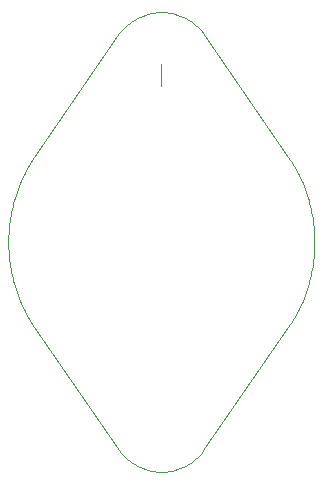
<source format=gm1>
G04*
G04 #@! TF.GenerationSoftware,Altium Limited,Altium Designer,20.1.14 (287)*
G04*
G04 Layer_Color=16711935*
%FSLAX25Y25*%
%MOIN*%
G70*
G04*
G04 #@! TF.SameCoordinates,3CBCD0D0-32B7-46DE-8EB3-B5E10EB4AE05*
G04*
G04*
G04 #@! TF.FilePolarity,Positive*
G04*
G01*
G75*
%ADD10C,0.00394*%
D10*
X38000Y7500D02*
X38603Y6717D01*
X39250Y5969D01*
X39938Y5259D01*
X40666Y4590D01*
X41431Y3964D01*
X42230Y3382D01*
X43062Y2847D01*
X43922Y2360D01*
X44809Y1924D01*
X45720Y1538D01*
X46651Y1206D01*
X47599Y927D01*
X48562Y703D01*
X49536Y534D01*
X50519Y421D01*
X51506Y365D01*
X52494D01*
X53481Y421D01*
X54464Y534D01*
X55438Y703D01*
X56401Y927D01*
X57349Y1206D01*
X58280Y1538D01*
X59191Y1924D01*
X60078Y2360D01*
X60938Y2847D01*
X61770Y3382D01*
X62569Y3964D01*
X63334Y4590D01*
X64062Y5259D01*
X64750Y5969D01*
X65397Y6717D01*
X66000Y7500D01*
Y146500D02*
X65397Y147283D01*
X64750Y148031D01*
X64062Y148741D01*
X63334Y149410D01*
X62569Y150036D01*
X61770Y150618D01*
X60938Y151153D01*
X60078Y151640D01*
X59191Y152076D01*
X58280Y152462D01*
X57349Y152794D01*
X56401Y153073D01*
X55438Y153297D01*
X54464Y153466D01*
X53481Y153579D01*
X52494Y153635D01*
X51506D01*
X50519Y153579D01*
X49536Y153466D01*
X48562Y153297D01*
X47599Y153073D01*
X46651Y152794D01*
X45720Y152462D01*
X44809Y152076D01*
X43922Y151640D01*
X43062Y151153D01*
X42230Y150618D01*
X41431Y150036D01*
X40666Y149410D01*
X39938Y148741D01*
X39250Y148031D01*
X38603Y147283D01*
X38000Y146500D01*
X9015Y104490D02*
X8484Y103641D01*
X7970Y102782D01*
X7473Y101914D01*
X6992Y101035D01*
X6529Y100148D01*
X6084Y99251D01*
X5656Y98346D01*
X5246Y97433D01*
X4855Y96512D01*
X4481Y95583D01*
X4126Y94647D01*
X3788Y93704D01*
X3470Y92755D01*
X3170Y91800D01*
X2889Y90839D01*
X2627Y89873D01*
X2384Y88902D01*
X2160Y87926D01*
X1956Y86946D01*
X1770Y85963D01*
X1604Y84976D01*
X1457Y83985D01*
X1330Y82992D01*
X1222Y81997D01*
X1134Y81000D01*
X1065Y80001D01*
X1016Y79001D01*
X986Y78001D01*
X977Y77000D01*
X986Y75999D01*
X1016Y74998D01*
X1065Y73998D01*
X1134Y73000D01*
X1222Y72002D01*
X1330Y71007D01*
X1457Y70014D01*
X1604Y69024D01*
X1770Y68037D01*
X1956Y67053D01*
X2160Y66073D01*
X2384Y65097D01*
X2627Y64126D01*
X2889Y63160D01*
X3170Y62199D01*
X3470Y61244D01*
X3789Y60295D01*
X4126Y59353D01*
X4481Y58417D01*
X4855Y57488D01*
X5247Y56567D01*
X5657Y55654D01*
X6084Y54748D01*
X6530Y53852D01*
X6993Y52964D01*
X7473Y52086D01*
X7970Y51217D01*
X8484Y50358D01*
X9015Y49510D01*
X94985Y49510D02*
X95516Y50359D01*
X96030Y51218D01*
X96527Y52086D01*
X97008Y52965D01*
X97471Y53852D01*
X97916Y54749D01*
X98344Y55654D01*
X98753Y56567D01*
X99145Y57488D01*
X99519Y58417D01*
X99875Y59353D01*
X100212Y60296D01*
X100530Y61245D01*
X100830Y62200D01*
X101111Y63161D01*
X101373Y64127D01*
X101616Y65098D01*
X101840Y66074D01*
X102044Y67054D01*
X102230Y68037D01*
X102396Y69024D01*
X102543Y70015D01*
X102670Y71008D01*
X102778Y72003D01*
X102866Y73000D01*
X102935Y73999D01*
X102984Y74998D01*
X103014Y75999D01*
X103023Y77000D01*
X103014Y78001D01*
X102984Y79002D01*
X102935Y80002D01*
X102866Y81000D01*
X102778Y81998D01*
X102670Y82993D01*
X102543Y83986D01*
X102396Y84976D01*
X102230Y85963D01*
X102044Y86947D01*
X101840Y87927D01*
X101616Y88902D01*
X101373Y89874D01*
X101111Y90840D01*
X100830Y91801D01*
X100530Y92756D01*
X100211Y93705D01*
X99874Y94647D01*
X99519Y95583D01*
X99145Y96512D01*
X98753Y97433D01*
X98343Y98346D01*
X97916Y99252D01*
X97470Y100148D01*
X97008Y101036D01*
X96527Y101914D01*
X96030Y102783D01*
X95516Y103642D01*
X94985Y104490D01*
X9015Y49510D02*
X38000Y7500D01*
X66000D02*
X94985Y49510D01*
X9015Y104490D02*
X38000Y146500D01*
X66000D02*
X94985Y104490D01*
X52000Y129000D02*
Y136350D01*
M02*

</source>
